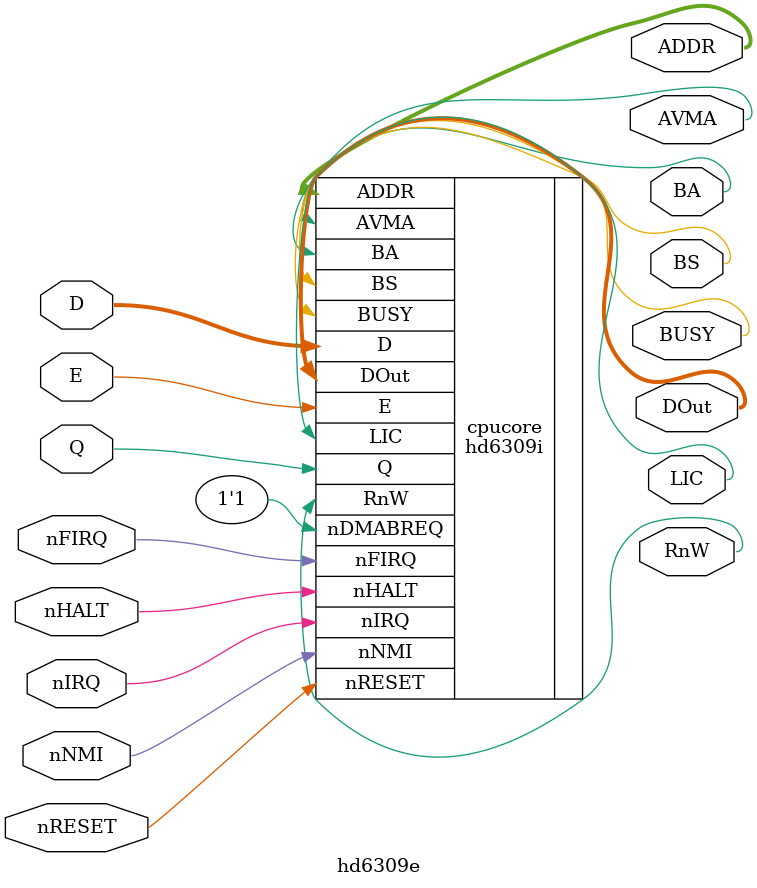
<source format=v>
`timescale 1ns / 1ps

module hd6309e(
    input   [7:0] D,
    output  [7:0] DOut,
    output  [15:0] ADDR,
    output  RnW,
    input   E,
    input   Q,
    output  BS,
    output  BA,
    input   nIRQ,
    input   nFIRQ,
    input   nNMI,
    output  AVMA,
    output  BUSY,
    output  LIC,
    input 	nHALT,	 
    input   nRESET

    );



hd6309i cpucore (.D(D), .DOut(DOut), .ADDR(ADDR), .RnW(RnW), .E(E), .Q(Q), .BS(BS), .BA(BA), .nIRQ(nIRQ), .nFIRQ(nFIRQ), 
                .nNMI(nNMI), .AVMA(AVMA), .BUSY(BUSY), .LIC(LIC), .nHALT(nHALT), .nRESET(nRESET), .nDMABREQ(1'b1)
                );


endmodule

</source>
